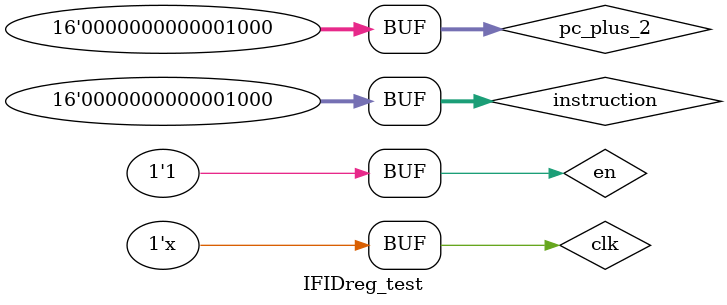
<source format=v>
`timescale 1ns / 1ps


module IFIDreg_test;

	// Inputs
	reg clk;
	reg [15:0] instruction;
	reg [15:0] pc_plus_2;
	reg en;
	// Outputs
	wire [15:0] instruction_out;
	wire [15:0] pc_plus_2_out;

	// Instantiate the Unit Under Test (UUT)
	IFIDreg uut (
		.clk(clk), 
		.instruction(instruction),
		.en(en),
		.pc_plus_2(pc_plus_2), 
		.instruction_out(instruction_out), 
		.pc_plus_2_out(pc_plus_2_out)
	);

	initial begin
		// Initialize Inputs
		clk = 0;
		instruction = 0;
		pc_plus_2 = 0;
		en = 0;
		// Wait 100 ns for global reset to finish
		#23;
		en= 1;
		pc_plus_2 = pc_plus_2 + 2;
		instruction = instruction +2;
      #23;
		pc_plus_2 = pc_plus_2 + 2;
		instruction = instruction +2;
      #23;
		pc_plus_2 = pc_plus_2 + 2;
		instruction = instruction +2;
      #23;
		pc_plus_2 = pc_plus_2 + 2;
		instruction = instruction +2;
		en = 0;
		#100;
		en =1;
              
		// Add stimulus here

	end
   always #20 clk = ~clk;   
endmodule


</source>
